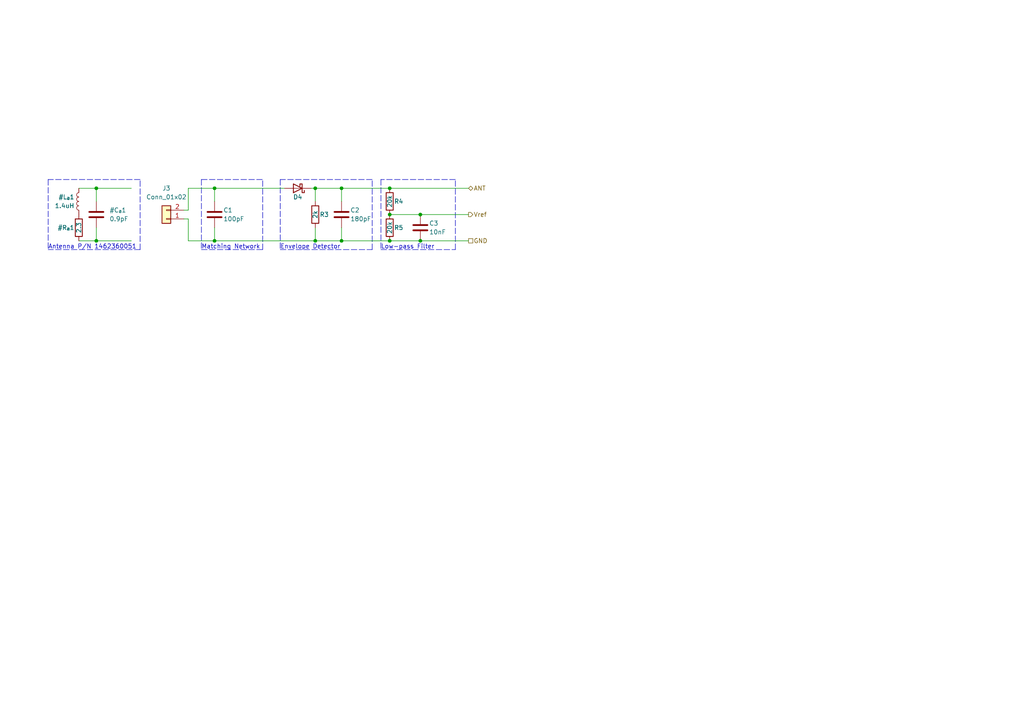
<source format=kicad_sch>
(kicad_sch (version 20211123) (generator eeschema)
  (paper "A4")
  (lib_symbols
    (symbol "Connector_Generic:Conn_01x02" (pin_names (offset 1.016) hide)
      (property "Reference" "J" (at 0 2.54 0))
      (property "Value" "Conn_01x02" (at 0 -5.08 0))
      (symbol "Conn_01x02_1_1"
        (rectangle (start -1.27 -2.413) (end 0 -2.667) (stroke (width 0.1524)))
        (rectangle (start -1.27 0.127) (end 0 -0.127) (stroke (width 0.1524)))
        (rectangle (start -1.27 1.27) (end 1.27 -3.81) (stroke (width 0.254)) (fill (type background)))
        (pin passive line (at -5.08 0 0) (length 3.81) (name "Pin_1") (number "1"))
        (pin passive line (at -5.08 -2.54 0) (length 3.81) (name "Pin_2") (number "2"))
      )
    )
    (symbol "Device:C" (pin_numbers hide) (pin_names (offset 0.254))
      (property "Reference" "C" (at 0.635 2.54 0))
      (property "Value" "C" (at 0.635 -2.54 0))
      (symbol "C_0_1"
        (polyline (pts (xy -2.032 -0.762) (xy 2.032 -0.762)) (stroke (width 0.508)))
        (polyline (pts (xy -2.032 0.762) (xy 2.032 0.762)) (stroke (width 0.508)))
      )
      (symbol "C_1_1"
        (pin passive line (at 0 3.81 270) (length 2.794) (name "~") (number "1"))
        (pin passive line (at 0 -3.81 90) (length 2.794) (name "~") (number "2"))
      )
    )
    (symbol "Device:D_Schottky" (pin_numbers hide) (pin_names (offset 1.016) hide)
      (property "Reference" "D" (at 0 2.54 0))
      (property "Value" "D_Schottky" (at 0 -2.54 0))
      (symbol "D_Schottky_0_1"
        (polyline (pts (xy 1.27 0) (xy -1.27 0)))
        (polyline (pts (xy 1.27 1.27) (xy 1.27 -1.27) (xy -1.27 0) (xy 1.27 1.27)) (stroke (width 0.254)))
        (polyline (pts (xy -1.905 0.635) (xy -1.905 1.27) (xy -1.27 1.27) (xy -1.27 -1.27) (xy -0.635 -1.27) (xy -0.635 -0.635)) (stroke (width 0.254)))
      )
      (symbol "D_Schottky_1_1"
        (pin passive line (at -3.81 0 0) (length 2.54) (name "K") (number "1"))
        (pin passive line (at 3.81 0 180) (length 2.54) (name "A") (number "2"))
      )
    )
    (symbol "Device:L" (pin_numbers hide) (pin_names (offset 1.016) hide)
      (property "Reference" "L" (at -1.27 0 90))
      (property "Value" "L" (at 1.905 0 90))
      (symbol "L_0_1"
        (arc (start 0 -2.54) (mid 0.635 -1.905) (end 0 -1.27))
        (arc (start 0 -1.27) (mid 0.635 -0.635) (end 0 0))
        (arc (start 0 0) (mid 0.635 0.635) (end 0 1.27))
        (arc (start 0 1.27) (mid 0.635 1.905) (end 0 2.54))
      )
      (symbol "L_1_1"
        (pin passive line (at 0 3.81 270) (length 1.27) (name "1") (number "1"))
        (pin passive line (at 0 -3.81 90) (length 1.27) (name "2") (number "2"))
      )
    )
    (symbol "Device:R" (pin_numbers hide) (pin_names (offset 0))
      (property "Reference" "R" (at 2.032 0 90))
      (property "Value" "R" (at 0 0 90))
      (symbol "R_0_1"
        (rectangle (start -1.016 -2.54) (end 1.016 2.54) (stroke (width 0.254)))
      )
      (symbol "R_1_1"
        (pin passive line (at 0 3.81 270) (length 1.27) (name "~") (number "1"))
        (pin passive line (at 0 -3.81 90) (length 1.27) (name "~") (number "2"))
      )
    )
  )
  (junction (at 113.03 62.23))
  (junction (at 27.94 54.61))
  (junction (at 27.94 69.85))
  (junction (at 113.03 54.61))
  (junction (at 113.03 69.85))
  (junction (at 91.44 69.85))
  (junction (at 99.06 54.61))
  (junction (at 121.92 69.85))
  (junction (at 62.23 69.85))
  (junction (at 62.23 54.61))
  (junction (at 91.44 54.61))
  (junction (at 121.92 62.23))
  (junction (at 99.06 69.85))
  (polyline (pts (xy 40.64 72.39) (xy 13.97 72.39)))
  (wire (pts (xy 121.92 62.23) (xy 135.89 62.23)))
  (polyline (pts (xy 13.97 52.07) (xy 13.97 72.39)))
  (polyline (pts (xy 40.64 52.07) (xy 13.97 52.07)))
  (wire (pts (xy 113.03 69.85) (xy 121.92 69.85)))
  (polyline (pts (xy 58.42 72.39) (xy 76.2 72.39)))
  (polyline (pts (xy 58.42 52.07) (xy 58.42 72.39)))
  (polyline (pts (xy 76.2 72.39) (xy 76.2 52.07)))
  (polyline (pts (xy 132.08 72.39) (xy 132.08 52.07)))
  (polyline (pts (xy 81.28 72.39) (xy 107.95 72.39)))
  (wire (pts (xy 62.23 69.85) (xy 62.23 66.04)))
  (wire (pts (xy 53.34 63.5) (xy 54.61 63.5)))
  (wire (pts (xy 54.61 54.61) (xy 62.23 54.61)))
  (wire (pts (xy 91.44 69.85) (xy 99.06 69.85)))
  (polyline (pts (xy 132.08 52.07) (xy 110.49 52.07)))
  (polyline (pts (xy 58.42 52.07) (xy 76.2 52.07)))
  (wire (pts (xy 99.06 54.61) (xy 99.06 58.42)))
  (wire (pts (xy 27.94 69.85) (xy 27.94 66.04)))
  (wire (pts (xy 54.61 60.96) (xy 54.61 54.61)))
  (wire (pts (xy 27.94 69.85) (xy 38.1 69.85)))
  (polyline (pts (xy 110.49 72.39) (xy 132.08 72.39)))
  (polyline (pts (xy 40.64 72.39) (xy 40.64 52.07)))
  (wire (pts (xy 121.92 62.23) (xy 113.03 62.23)))
  (wire (pts (xy 91.44 54.61) (xy 99.06 54.61)))
  (polyline (pts (xy 81.28 52.07) (xy 81.28 72.39)))
  (wire (pts (xy 27.94 54.61) (xy 22.86 54.61)))
  (wire (pts (xy 27.94 54.61) (xy 38.1 54.61)))
  (polyline (pts (xy 110.49 52.07) (xy 110.49 72.39)))
  (wire (pts (xy 54.61 69.85) (xy 62.23 69.85)))
  (wire (pts (xy 99.06 54.61) (xy 113.03 54.61)))
  (wire (pts (xy 91.44 54.61) (xy 91.44 58.42)))
  (wire (pts (xy 54.61 63.5) (xy 54.61 69.85)))
  (wire (pts (xy 62.23 69.85) (xy 91.44 69.85)))
  (wire (pts (xy 121.92 69.85) (xy 135.89 69.85)))
  (polyline (pts (xy 107.95 72.39) (xy 107.95 52.07)))
  (wire (pts (xy 91.44 54.61) (xy 90.17 54.61)))
  (wire (pts (xy 27.94 58.42) (xy 27.94 54.61)))
  (wire (pts (xy 113.03 54.61) (xy 135.89 54.61)))
  (wire (pts (xy 62.23 54.61) (xy 82.55 54.61)))
  (wire (pts (xy 27.94 69.85) (xy 22.86 69.85)))
  (wire (pts (xy 91.44 69.85) (xy 91.44 66.04)))
  (polyline (pts (xy 107.95 52.07) (xy 81.28 52.07)))
  (wire (pts (xy 53.34 60.96) (xy 54.61 60.96)))
  (wire (pts (xy 62.23 54.61) (xy 62.23 58.42)))
  (wire (pts (xy 99.06 69.85) (xy 113.03 69.85)))
  (wire (pts (xy 99.06 66.04) (xy 99.06 69.85)))
  (text "Antenna P/N 1462360051" (at 13.97 72.39 0) (effects (font (size 1.27 1.27)) (justify left bottom)))
  (text "Low-pass Filter" (at 110.49 72.39 0) (effects (font (size 1.27 1.27)) (justify left bottom)))
  (text "Envelope Detector" (at 81.28 72.39 0) (effects (font (size 1.27 1.27)) (justify left bottom)))
  (text "Matching Network" (at 58.42 72.39 0) (effects (font (size 1.27 1.27)) (justify left bottom)))
  (hierarchical_label "GND" (shape passive) (at 135.89 69.85 0))
  (hierarchical_label "Vref" (shape output) (at 135.89 62.23 0))
  (hierarchical_label "ANT" (shape bidirectional) (at 135.89 54.61 0))
  (symbol (lib_id "Device:C") (at 99.06 62.23 0) (unit 1)
    (property "Reference" "C2" (at 101.6 60.96 0) (effects (justify left)))
    (property "Value" "180pF" (at 101.6 63.5 0) (effects (justify left)))
    (property "Footprint" "Capacitor_SMD:C_0805_2012Metric_Pad1.18x1.45mm_HandSolder" (effects hide))
  )
  (symbol (lib_id "Device:R") (at 113.03 58.42 0) (unit 1)
    (property "Reference" "R4" (at 114.3 58.42 0) (effects (justify left)))
    (property "Value" "20k" (at 113.03 58.42 90))
    (property "Footprint" "Resistor_SMD:R_0805_2012Metric_Pad1.20x1.40mm_HandSolder" (effects hide))
  )
  (symbol (lib_id "Device:L") (at 22.86 58.42 180) (unit 1)
    (property "Reference" "#L_{a}1" (at 21.59 57.1499 0) (effects (justify left)))
    (property "Value" "1.4uH" (at 21.59 59.6899 0) (effects (justify left)))
  )
  (symbol (lib_id "Device:C") (at 62.23 62.23 0) (unit 1)
    (property "Reference" "C1" (at 64.77 60.96 0) (effects (justify left)))
    (property "Value" "100pF" (at 64.77 63.5 0) (effects (justify left)))
    (property "Footprint" "Capacitor_SMD:C_0805_2012Metric_Pad1.18x1.45mm_HandSolder" (effects hide))
  )
  (symbol (lib_id "Device:C") (at 121.92 66.04 0) (unit 1)
    (property "Reference" "C3" (at 124.46 64.77 0) (effects (justify left)))
    (property "Value" "10nF" (at 124.46 67.31 0) (effects (justify left)))
    (property "Footprint" "Capacitor_SMD:C_0805_2012Metric_Pad1.18x1.45mm_HandSolder" (effects hide))
  )
  (symbol (lib_id "Device:D_Schottky") (at 86.36 54.61 180) (unit 1)
    (property "Reference" "D4" (at 86.36 57.15 0))
    (property "Value" "D_Schottky" (effects hide))
    (property "Footprint" "Diode_SMD:D_SOD-123" (effects hide))
  )
  (symbol (lib_id "Device:C") (at 27.94 62.23 0) (unit 1)
    (property "Reference" "#C_{a}1" (at 31.75 60.9599 0) (effects (justify left)))
    (property "Value" "0.9pF" (at 31.75 63.4999 0) (effects (justify left)))
  )
  (symbol (lib_id "Connector_Generic:Conn_01x02") (at 48.26 63.5 180) (unit 1)
    (property "Reference" "J3" (at 48.26 54.61 0))
    (property "Value" "Conn_01x02" (at 48.26 57.15 0))
    (property "Footprint" "Connector_Wire:SolderWire-1.5sqmm_1x02_P7.8mm_D1.7mm_OD3.9mm" (effects hide))
  )
  (symbol (lib_id "Device:R") (at 91.44 62.23 0) (unit 1)
    (property "Reference" "R3" (at 92.71 62.23 0) (effects (justify left)))
    (property "Value" "2k" (at 91.44 62.23 90))
    (property "Footprint" "Resistor_SMD:R_0805_2012Metric_Pad1.20x1.40mm_HandSolder" (effects hide))
  )
  (symbol (lib_id "Device:R") (at 22.86 66.04 180) (unit 1)
    (property "Reference" "#R_{a}1" (at 21.59 66.04 0) (effects (justify left)))
    (property "Value" "2.3" (at 22.86 66.04 90))
  )
  (symbol (lib_id "Device:R") (at 113.03 66.04 0) (unit 1)
    (property "Reference" "R5" (at 114.3 66.04 0) (effects (justify left)))
    (property "Value" "20k" (at 113.03 66.04 90))
    (property "Footprint" "Resistor_SMD:R_0805_2012Metric_Pad1.20x1.40mm_HandSolder" (effects hide))
  )
)
</source>
